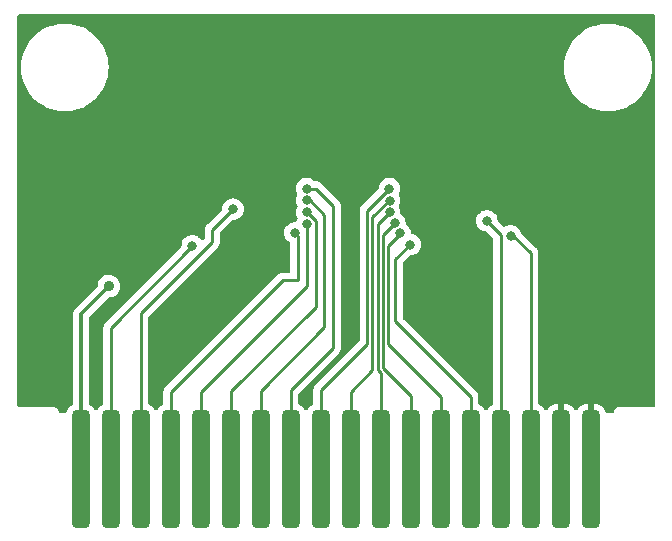
<source format=gbr>
%TF.GenerationSoftware,KiCad,Pcbnew,(6.0.7-1)-1*%
%TF.CreationDate,2023-01-18T18:12:49-08:00*%
%TF.ProjectId,QCard,51436172-642e-46b6-9963-61645f706362,1903842*%
%TF.SameCoordinates,Original*%
%TF.FileFunction,Copper,L2,Bot*%
%TF.FilePolarity,Positive*%
%FSLAX46Y46*%
G04 Gerber Fmt 4.6, Leading zero omitted, Abs format (unit mm)*
G04 Created by KiCad (PCBNEW (6.0.7-1)-1) date 2023-01-18 18:12:49*
%MOMM*%
%LPD*%
G01*
G04 APERTURE LIST*
G04 Aperture macros list*
%AMRoundRect*
0 Rectangle with rounded corners*
0 $1 Rounding radius*
0 $2 $3 $4 $5 $6 $7 $8 $9 X,Y pos of 4 corners*
0 Add a 4 corners polygon primitive as box body*
4,1,4,$2,$3,$4,$5,$6,$7,$8,$9,$2,$3,0*
0 Add four circle primitives for the rounded corners*
1,1,$1+$1,$2,$3*
1,1,$1+$1,$4,$5*
1,1,$1+$1,$6,$7*
1,1,$1+$1,$8,$9*
0 Add four rect primitives between the rounded corners*
20,1,$1+$1,$2,$3,$4,$5,0*
20,1,$1+$1,$4,$5,$6,$7,0*
20,1,$1+$1,$6,$7,$8,$9,0*
20,1,$1+$1,$8,$9,$2,$3,0*%
G04 Aperture macros list end*
%TA.AperFunction,ConnectorPad*%
%ADD10RoundRect,0.375000X-0.375000X-4.625000X0.375000X-4.625000X0.375000X4.625000X-0.375000X4.625000X0*%
%TD*%
%TA.AperFunction,ViaPad*%
%ADD11C,0.900000*%
%TD*%
%TA.AperFunction,ViaPad*%
%ADD12C,0.800000*%
%TD*%
%TA.AperFunction,Conductor*%
%ADD13C,0.300000*%
%TD*%
%TA.AperFunction,Conductor*%
%ADD14C,0.250000*%
%TD*%
G04 APERTURE END LIST*
D10*
%TO.P,J1,19,Pin_19*%
%TO.N,/VCC*%
X55880000Y-89000000D03*
%TO.P,J1,20,Pin_20*%
%TO.N,/A18*%
X58420000Y-89000000D03*
%TO.P,J1,21,Pin_21*%
%TO.N,/A17*%
X60960000Y-89000000D03*
%TO.P,J1,22,Pin_22*%
%TO.N,/A14*%
X63500000Y-89000000D03*
%TO.P,J1,23,Pin_23*%
%TO.N,/A13*%
X66040000Y-89000000D03*
%TO.P,J1,24,Pin_24*%
%TO.N,/A8*%
X68580000Y-89000000D03*
%TO.P,J1,25,Pin_25*%
%TO.N,/A9*%
X71120000Y-89000000D03*
%TO.P,J1,26,Pin_26*%
%TO.N,/A11*%
X73660000Y-89000000D03*
%TO.P,J1,27,Pin_27*%
%TO.N,/OE*%
X76200000Y-89000000D03*
%TO.P,J1,28,Pin_28*%
%TO.N,/A10*%
X78740000Y-89000000D03*
%TO.P,J1,29,Pin_29*%
%TO.N,/CE*%
X81280000Y-89000000D03*
%TO.P,J1,30,Pin_30*%
%TO.N,/D7*%
X83820000Y-89000000D03*
%TO.P,J1,31,Pin_31*%
%TO.N,/D6*%
X86360000Y-89000000D03*
%TO.P,J1,32,Pin_32*%
%TO.N,/D5*%
X88900000Y-89000000D03*
%TO.P,J1,33,Pin_33*%
%TO.N,/D4*%
X91440000Y-89000000D03*
%TO.P,J1,34,Pin_34*%
%TO.N,/D3*%
X93980000Y-89000000D03*
%TO.P,J1,35,Pin_35*%
%TO.N,/GND*%
X96520000Y-89000000D03*
%TO.P,J1,36,Pin_36*%
X99060000Y-89000000D03*
%TD*%
D11*
%TO.N,/VCC*%
X58250000Y-73500000D03*
%TO.N,/GND*%
X90000000Y-69750000D03*
D12*
X56300000Y-73500000D03*
%TO.N,/A18*%
X65300000Y-70100000D03*
%TO.N,/A17*%
X68750000Y-67000000D03*
%TO.N,/A14*%
X74000000Y-69000000D03*
%TO.N,/A13*%
X75000000Y-68250000D03*
%TO.N,/A8*%
X75000000Y-67250000D03*
%TO.N,/A9*%
X75000000Y-66250497D03*
%TO.N,/A11*%
X75000000Y-65250000D03*
%TO.N,/OE*%
X82000000Y-65250000D03*
%TO.N,/A10*%
X82012548Y-66262051D03*
%TO.N,/CE*%
X82006490Y-67268109D03*
%TO.N,/D7*%
X82457275Y-68160184D03*
%TO.N,/D6*%
X82901613Y-69055488D03*
%TO.N,/D5*%
X83750000Y-70000000D03*
%TO.N,/D4*%
X90250000Y-67978000D03*
%TO.N,/D3*%
X92250000Y-69250000D03*
%TD*%
D13*
%TO.N,/VCC*%
X58250000Y-73500000D02*
X55880000Y-75870000D01*
X55880000Y-75870000D02*
X55880000Y-89000000D01*
D14*
%TO.N,/A18*%
X65300000Y-70152000D02*
X58420000Y-77032000D01*
X58420000Y-77032000D02*
X58420000Y-89000000D01*
X65300000Y-70100000D02*
X65300000Y-70152000D01*
%TO.N,/A17*%
X68750000Y-67000000D02*
X67000000Y-68750000D01*
X67000000Y-69750000D02*
X60960000Y-75790000D01*
X67000000Y-68750000D02*
X67000000Y-69750000D01*
X60960000Y-75790000D02*
X60960000Y-89000000D01*
%TO.N,/A14*%
X63500000Y-89000000D02*
X63500000Y-82500000D01*
X74250000Y-69250000D02*
X74000000Y-69000000D01*
X73000000Y-73000000D02*
X74250000Y-73000000D01*
X74250000Y-73000000D02*
X74250000Y-69250000D01*
X63500000Y-82500000D02*
X73000000Y-73000000D01*
%TO.N,/A13*%
X75000000Y-73500000D02*
X75000000Y-68250000D01*
X66040000Y-89000000D02*
X66040000Y-82460000D01*
X66040000Y-82460000D02*
X75000000Y-73500000D01*
%TO.N,/A8*%
X68580000Y-82420000D02*
X68580000Y-89000000D01*
X75750000Y-67974695D02*
X75750000Y-75250000D01*
X75000000Y-67250000D02*
X75025305Y-67250000D01*
X75750000Y-75250000D02*
X68580000Y-82420000D01*
X75025305Y-67250000D02*
X75750000Y-67974695D01*
%TO.N,/A9*%
X76500000Y-67500000D02*
X76500000Y-77000000D01*
X76500000Y-77000000D02*
X71120000Y-82380000D01*
X75250497Y-66250497D02*
X76500000Y-67500000D01*
X75000000Y-66250497D02*
X75250497Y-66250497D01*
X71120000Y-82380000D02*
X71120000Y-89000000D01*
%TO.N,/A11*%
X77250000Y-66750000D02*
X77250000Y-78750000D01*
X75750000Y-65250000D02*
X77250000Y-66750000D01*
X77250000Y-78750000D02*
X73660000Y-82340000D01*
X73660000Y-82340000D02*
X73660000Y-89000000D01*
X75000000Y-65250000D02*
X75750000Y-65250000D01*
%TO.N,/OE*%
X80100000Y-78400000D02*
X76200000Y-82300000D01*
X82000000Y-65250000D02*
X80100000Y-67150000D01*
X80100000Y-67150000D02*
X80100000Y-78400000D01*
X76200000Y-82300000D02*
X76200000Y-89000000D01*
%TO.N,/A10*%
X81987949Y-66262051D02*
X80550000Y-67700000D01*
X80550000Y-67700000D02*
X80550000Y-80643198D01*
X80550000Y-80643198D02*
X78740000Y-82453198D01*
X82012548Y-66262051D02*
X81987949Y-66262051D01*
X78740000Y-82453198D02*
X78740000Y-89000000D01*
%TO.N,/CE*%
X81000000Y-68274599D02*
X81000000Y-80636396D01*
X81250000Y-80886396D02*
X81250000Y-88970000D01*
X81000000Y-80636396D02*
X81250000Y-80886396D01*
X82006490Y-67268109D02*
X81000000Y-68274599D01*
X81250000Y-88970000D02*
X81280000Y-89000000D01*
%TO.N,/D7*%
X83820000Y-82820000D02*
X83820000Y-89000000D01*
X81450000Y-69167459D02*
X81450000Y-80450000D01*
X82457275Y-68160184D02*
X81450000Y-69167459D01*
X81450000Y-80450000D02*
X83820000Y-82820000D01*
%TO.N,/D6*%
X86360000Y-82860000D02*
X86360000Y-89000000D01*
X81900000Y-78400000D02*
X86360000Y-82860000D01*
X81900000Y-70100476D02*
X81900000Y-78400000D01*
X82901613Y-69055488D02*
X82901613Y-69098863D01*
X82901613Y-69098863D02*
X81900000Y-70100476D01*
%TO.N,/D5*%
X83750000Y-70000000D02*
X82500000Y-71250000D01*
X82500000Y-76500000D02*
X88900000Y-82900000D01*
X88900000Y-82900000D02*
X88900000Y-89000000D01*
X82500000Y-71250000D02*
X82500000Y-76500000D01*
%TO.N,/D4*%
X91440000Y-69190000D02*
X91440000Y-89000000D01*
X90250000Y-67978000D02*
X90250000Y-68000000D01*
X90250000Y-68000000D02*
X91440000Y-69190000D01*
%TO.N,/D3*%
X92250000Y-69250000D02*
X92500000Y-69250000D01*
X92500000Y-69250000D02*
X93980000Y-70730000D01*
X93980000Y-70730000D02*
X93980000Y-89000000D01*
%TD*%
%TA.AperFunction,Conductor*%
%TO.N,/GND*%
G36*
X104433621Y-50528502D02*
G01*
X104480114Y-50582158D01*
X104491500Y-50634500D01*
X104491500Y-83615500D01*
X104471498Y-83683621D01*
X104417842Y-83730114D01*
X104365500Y-83741500D01*
X101508623Y-83741500D01*
X101507853Y-83741498D01*
X101507037Y-83741493D01*
X101430279Y-83741024D01*
X101409965Y-83746830D01*
X101401847Y-83749150D01*
X101385085Y-83752728D01*
X101355813Y-83756920D01*
X101347645Y-83760634D01*
X101347644Y-83760634D01*
X101332438Y-83767548D01*
X101314914Y-83773996D01*
X101290229Y-83781051D01*
X101282635Y-83785843D01*
X101282632Y-83785844D01*
X101265220Y-83796830D01*
X101250137Y-83804969D01*
X101223218Y-83817208D01*
X101216416Y-83823069D01*
X101203765Y-83833970D01*
X101188761Y-83845073D01*
X101167042Y-83858776D01*
X101161103Y-83865501D01*
X101161099Y-83865504D01*
X101147468Y-83880938D01*
X101135276Y-83892982D01*
X101119673Y-83906427D01*
X101119671Y-83906430D01*
X101112873Y-83912287D01*
X101107993Y-83919816D01*
X101107992Y-83919817D01*
X101098906Y-83933835D01*
X101087615Y-83948709D01*
X101076569Y-83961217D01*
X101070622Y-83967951D01*
X101064312Y-83981391D01*
X101058058Y-83994711D01*
X101049737Y-84009691D01*
X101038529Y-84026983D01*
X101038527Y-84026988D01*
X101033648Y-84034515D01*
X101031078Y-84043108D01*
X101031076Y-84043113D01*
X101026289Y-84059120D01*
X101019628Y-84076564D01*
X101012533Y-84091676D01*
X101008719Y-84099800D01*
X101007338Y-84108667D01*
X101007338Y-84108668D01*
X101004170Y-84129015D01*
X101000386Y-84145736D01*
X100996088Y-84160106D01*
X100957405Y-84219638D01*
X100892676Y-84248806D01*
X100875372Y-84250000D01*
X100412339Y-84250000D01*
X100344218Y-84229998D01*
X100297725Y-84176342D01*
X100290632Y-84156612D01*
X100265599Y-84063187D01*
X100260898Y-84050941D01*
X100182622Y-83897318D01*
X100175470Y-83886304D01*
X100066966Y-83752311D01*
X100057689Y-83743034D01*
X99923696Y-83634530D01*
X99912682Y-83627378D01*
X99759059Y-83549102D01*
X99746813Y-83544401D01*
X99579467Y-83499561D01*
X99568140Y-83497614D01*
X99499261Y-83492193D01*
X99494334Y-83492000D01*
X99332115Y-83492000D01*
X99316876Y-83496475D01*
X99315671Y-83497865D01*
X99314000Y-83505548D01*
X99314000Y-84250000D01*
X98806000Y-84250000D01*
X98806000Y-83510115D01*
X98801525Y-83494876D01*
X98800135Y-83493671D01*
X98792452Y-83492000D01*
X98625666Y-83492000D01*
X98620739Y-83492193D01*
X98551860Y-83497614D01*
X98540533Y-83499561D01*
X98373187Y-83544401D01*
X98360941Y-83549102D01*
X98207318Y-83627378D01*
X98196304Y-83634530D01*
X98062311Y-83743034D01*
X98053034Y-83752311D01*
X97944530Y-83886304D01*
X97937378Y-83897318D01*
X97902267Y-83966226D01*
X97853519Y-84017841D01*
X97784604Y-84034907D01*
X97717402Y-84012006D01*
X97677733Y-83966226D01*
X97642622Y-83897318D01*
X97635470Y-83886304D01*
X97526966Y-83752311D01*
X97517689Y-83743034D01*
X97383696Y-83634530D01*
X97372682Y-83627378D01*
X97219059Y-83549102D01*
X97206813Y-83544401D01*
X97039467Y-83499561D01*
X97028140Y-83497614D01*
X96959261Y-83492193D01*
X96954334Y-83492000D01*
X96792115Y-83492000D01*
X96776876Y-83496475D01*
X96775671Y-83497865D01*
X96774000Y-83505548D01*
X96774000Y-84250000D01*
X96266000Y-84250000D01*
X96266000Y-83510115D01*
X96261525Y-83494876D01*
X96260135Y-83493671D01*
X96252452Y-83492000D01*
X96085666Y-83492000D01*
X96080739Y-83492193D01*
X96011860Y-83497614D01*
X96000533Y-83499561D01*
X95833187Y-83544401D01*
X95820941Y-83549102D01*
X95667318Y-83627378D01*
X95656304Y-83634530D01*
X95522311Y-83743034D01*
X95513034Y-83752311D01*
X95404530Y-83886304D01*
X95397378Y-83897317D01*
X95362548Y-83965675D01*
X95313800Y-84017290D01*
X95244885Y-84034356D01*
X95177683Y-84011455D01*
X95138014Y-83965675D01*
X95103044Y-83897043D01*
X95100047Y-83891161D01*
X95095894Y-83886032D01*
X95095891Y-83886028D01*
X94987325Y-83751961D01*
X94983170Y-83746830D01*
X94976000Y-83741024D01*
X94843972Y-83634109D01*
X94843968Y-83634106D01*
X94838839Y-83629953D01*
X94832961Y-83626958D01*
X94832958Y-83626956D01*
X94707297Y-83562929D01*
X94682296Y-83550190D01*
X94630682Y-83501443D01*
X94613500Y-83437924D01*
X94613500Y-70808767D01*
X94614027Y-70797584D01*
X94615702Y-70790091D01*
X94613562Y-70722014D01*
X94613500Y-70718055D01*
X94613500Y-70690144D01*
X94612995Y-70686144D01*
X94612062Y-70674301D01*
X94610922Y-70638030D01*
X94610673Y-70630111D01*
X94605021Y-70610657D01*
X94601013Y-70591300D01*
X94599468Y-70579070D01*
X94599468Y-70579069D01*
X94598474Y-70571203D01*
X94595555Y-70563830D01*
X94582196Y-70530088D01*
X94578351Y-70518858D01*
X94568229Y-70484017D01*
X94568229Y-70484016D01*
X94566018Y-70476407D01*
X94561985Y-70469588D01*
X94561983Y-70469583D01*
X94555707Y-70458972D01*
X94547012Y-70441224D01*
X94539552Y-70422383D01*
X94513564Y-70386613D01*
X94507048Y-70376693D01*
X94488580Y-70345465D01*
X94488578Y-70345462D01*
X94484542Y-70338638D01*
X94470221Y-70324317D01*
X94457380Y-70309283D01*
X94450131Y-70299306D01*
X94445472Y-70292893D01*
X94411395Y-70264702D01*
X94402616Y-70256712D01*
X93134882Y-68988978D01*
X93104144Y-68938819D01*
X93092597Y-68903281D01*
X93084527Y-68878444D01*
X93077089Y-68865560D01*
X93027618Y-68779875D01*
X92989040Y-68713056D01*
X92938447Y-68656866D01*
X92865675Y-68576045D01*
X92865674Y-68576044D01*
X92861253Y-68571134D01*
X92739551Y-68482712D01*
X92712094Y-68462763D01*
X92712093Y-68462762D01*
X92706752Y-68458882D01*
X92700724Y-68456198D01*
X92700722Y-68456197D01*
X92538319Y-68383891D01*
X92538318Y-68383891D01*
X92532288Y-68381206D01*
X92410312Y-68355279D01*
X92351944Y-68342872D01*
X92351939Y-68342872D01*
X92345487Y-68341500D01*
X92154513Y-68341500D01*
X92148061Y-68342872D01*
X92148056Y-68342872D01*
X92089688Y-68355279D01*
X91967712Y-68381206D01*
X91961682Y-68383891D01*
X91961681Y-68383891D01*
X91799278Y-68456197D01*
X91799276Y-68456198D01*
X91793248Y-68458882D01*
X91787503Y-68463056D01*
X91771153Y-68474935D01*
X91704285Y-68498793D01*
X91635134Y-68482712D01*
X91607998Y-68462093D01*
X91199706Y-68053801D01*
X91165680Y-67991489D01*
X91163491Y-67977876D01*
X91144232Y-67794635D01*
X91144232Y-67794633D01*
X91143542Y-67788072D01*
X91084527Y-67606444D01*
X90989040Y-67441056D01*
X90959899Y-67408691D01*
X90865675Y-67304045D01*
X90865674Y-67304044D01*
X90861253Y-67299134D01*
X90762157Y-67227136D01*
X90712094Y-67190763D01*
X90712093Y-67190762D01*
X90706752Y-67186882D01*
X90700724Y-67184198D01*
X90700722Y-67184197D01*
X90538319Y-67111891D01*
X90538318Y-67111891D01*
X90532288Y-67109206D01*
X90438888Y-67089353D01*
X90351944Y-67070872D01*
X90351939Y-67070872D01*
X90345487Y-67069500D01*
X90154513Y-67069500D01*
X90148061Y-67070872D01*
X90148056Y-67070872D01*
X90061112Y-67089353D01*
X89967712Y-67109206D01*
X89961682Y-67111891D01*
X89961681Y-67111891D01*
X89799278Y-67184197D01*
X89799276Y-67184198D01*
X89793248Y-67186882D01*
X89787907Y-67190762D01*
X89787906Y-67190763D01*
X89737843Y-67227136D01*
X89638747Y-67299134D01*
X89634326Y-67304044D01*
X89634325Y-67304045D01*
X89540102Y-67408691D01*
X89510960Y-67441056D01*
X89415473Y-67606444D01*
X89356458Y-67788072D01*
X89336496Y-67978000D01*
X89337186Y-67984565D01*
X89352881Y-68133891D01*
X89356458Y-68167928D01*
X89415473Y-68349556D01*
X89418776Y-68355278D01*
X89418777Y-68355279D01*
X89432954Y-68379834D01*
X89510960Y-68514944D01*
X89515378Y-68519851D01*
X89515379Y-68519852D01*
X89606803Y-68621389D01*
X89638747Y-68656866D01*
X89793248Y-68769118D01*
X89799276Y-68771802D01*
X89799278Y-68771803D01*
X89899973Y-68816635D01*
X89967712Y-68846794D01*
X90055999Y-68865560D01*
X90148056Y-68885128D01*
X90148061Y-68885128D01*
X90154513Y-68886500D01*
X90188406Y-68886500D01*
X90256527Y-68906502D01*
X90277501Y-68923405D01*
X90769595Y-69415499D01*
X90803621Y-69477811D01*
X90806500Y-69504594D01*
X90806500Y-83437924D01*
X90786498Y-83506045D01*
X90737704Y-83550190D01*
X90712703Y-83562929D01*
X90587042Y-83626956D01*
X90587039Y-83626958D01*
X90581161Y-83629953D01*
X90576032Y-83634106D01*
X90576028Y-83634109D01*
X90444000Y-83741024D01*
X90436830Y-83746830D01*
X90432675Y-83751961D01*
X90324109Y-83886028D01*
X90324106Y-83886032D01*
X90319953Y-83891161D01*
X90316958Y-83897039D01*
X90316956Y-83897042D01*
X90282267Y-83965124D01*
X90233519Y-84016739D01*
X90164604Y-84033805D01*
X90097402Y-84010904D01*
X90057733Y-83965124D01*
X90023044Y-83897042D01*
X90023042Y-83897039D01*
X90020047Y-83891161D01*
X90015894Y-83886032D01*
X90015891Y-83886028D01*
X89907325Y-83751961D01*
X89903170Y-83746830D01*
X89896000Y-83741024D01*
X89763972Y-83634109D01*
X89763968Y-83634106D01*
X89758839Y-83629953D01*
X89752961Y-83626958D01*
X89752958Y-83626956D01*
X89627297Y-83562929D01*
X89602296Y-83550190D01*
X89550682Y-83501443D01*
X89533500Y-83437924D01*
X89533500Y-82978767D01*
X89534027Y-82967584D01*
X89535702Y-82960091D01*
X89533562Y-82892000D01*
X89533500Y-82888043D01*
X89533500Y-82860144D01*
X89532996Y-82856153D01*
X89532063Y-82844311D01*
X89531181Y-82816225D01*
X89530674Y-82800111D01*
X89528462Y-82792497D01*
X89528461Y-82792492D01*
X89525023Y-82780659D01*
X89521012Y-82761295D01*
X89519467Y-82749064D01*
X89518474Y-82741203D01*
X89515557Y-82733836D01*
X89515556Y-82733831D01*
X89502198Y-82700092D01*
X89498354Y-82688865D01*
X89495400Y-82678697D01*
X89486018Y-82646407D01*
X89475707Y-82628972D01*
X89467012Y-82611224D01*
X89459552Y-82592383D01*
X89433564Y-82556613D01*
X89427048Y-82546693D01*
X89408580Y-82515465D01*
X89408578Y-82515462D01*
X89404542Y-82508638D01*
X89390221Y-82494317D01*
X89377380Y-82479283D01*
X89375440Y-82476613D01*
X89365472Y-82462893D01*
X89331395Y-82434702D01*
X89322616Y-82426712D01*
X83170405Y-76274500D01*
X83136379Y-76212188D01*
X83133500Y-76185405D01*
X83133500Y-71564595D01*
X83153502Y-71496474D01*
X83170405Y-71475499D01*
X83700501Y-70945404D01*
X83762813Y-70911379D01*
X83789596Y-70908500D01*
X83845487Y-70908500D01*
X83851939Y-70907128D01*
X83851944Y-70907128D01*
X83938887Y-70888647D01*
X84032288Y-70868794D01*
X84193750Y-70796907D01*
X84200722Y-70793803D01*
X84200724Y-70793802D01*
X84206752Y-70791118D01*
X84361253Y-70678866D01*
X84405152Y-70630111D01*
X84484621Y-70541852D01*
X84484622Y-70541851D01*
X84489040Y-70536944D01*
X84584527Y-70371556D01*
X84643542Y-70189928D01*
X84645649Y-70169886D01*
X84662814Y-70006565D01*
X84663504Y-70000000D01*
X84657906Y-69946734D01*
X84644232Y-69816635D01*
X84644232Y-69816633D01*
X84643542Y-69810072D01*
X84584527Y-69628444D01*
X84564132Y-69593118D01*
X84546775Y-69563056D01*
X84489040Y-69463056D01*
X84361253Y-69321134D01*
X84206752Y-69208882D01*
X84200724Y-69206198D01*
X84200722Y-69206197D01*
X84038319Y-69133891D01*
X84038318Y-69133891D01*
X84032288Y-69131206D01*
X84025827Y-69129833D01*
X84025822Y-69129831D01*
X83907839Y-69104752D01*
X83845365Y-69071024D01*
X83811044Y-69008874D01*
X83808726Y-68994677D01*
X83795845Y-68872123D01*
X83795845Y-68872121D01*
X83795155Y-68865560D01*
X83736140Y-68683932D01*
X83723645Y-68662289D01*
X83696645Y-68615524D01*
X83640653Y-68518544D01*
X83590692Y-68463056D01*
X83517288Y-68381533D01*
X83517287Y-68381532D01*
X83512866Y-68376622D01*
X83459873Y-68338120D01*
X83418578Y-68308117D01*
X83375224Y-68251894D01*
X83367329Y-68193011D01*
X83370089Y-68166749D01*
X83370779Y-68160184D01*
X83350817Y-67970256D01*
X83291802Y-67788628D01*
X83287857Y-67781794D01*
X83233127Y-67687000D01*
X83196315Y-67623240D01*
X83068528Y-67481318D01*
X82968566Y-67408691D01*
X82925212Y-67352468D01*
X82917317Y-67293588D01*
X82919304Y-67274678D01*
X82919304Y-67274674D01*
X82919994Y-67268109D01*
X82905472Y-67129943D01*
X82900722Y-67084744D01*
X82900722Y-67084742D01*
X82900032Y-67078181D01*
X82841017Y-66896553D01*
X82834191Y-66884729D01*
X82804513Y-66833326D01*
X82787775Y-66764330D01*
X82804513Y-66707326D01*
X82843771Y-66639330D01*
X82843772Y-66639329D01*
X82847075Y-66633607D01*
X82906090Y-66451979D01*
X82907305Y-66440425D01*
X82925362Y-66268616D01*
X82926052Y-66262051D01*
X82906090Y-66072123D01*
X82847075Y-65890495D01*
X82799538Y-65808159D01*
X82782800Y-65739164D01*
X82799538Y-65682159D01*
X82831223Y-65627279D01*
X82831224Y-65627278D01*
X82834527Y-65621556D01*
X82893542Y-65439928D01*
X82913504Y-65250000D01*
X82893542Y-65060072D01*
X82834527Y-64878444D01*
X82739040Y-64713056D01*
X82724798Y-64697238D01*
X82615675Y-64576045D01*
X82615674Y-64576044D01*
X82611253Y-64571134D01*
X82456752Y-64458882D01*
X82450724Y-64456198D01*
X82450722Y-64456197D01*
X82288319Y-64383891D01*
X82288318Y-64383891D01*
X82282288Y-64381206D01*
X82188887Y-64361353D01*
X82101944Y-64342872D01*
X82101939Y-64342872D01*
X82095487Y-64341500D01*
X81904513Y-64341500D01*
X81898061Y-64342872D01*
X81898056Y-64342872D01*
X81811113Y-64361353D01*
X81717712Y-64381206D01*
X81711682Y-64383891D01*
X81711681Y-64383891D01*
X81549278Y-64456197D01*
X81549276Y-64456198D01*
X81543248Y-64458882D01*
X81388747Y-64571134D01*
X81384326Y-64576044D01*
X81384325Y-64576045D01*
X81275203Y-64697238D01*
X81260960Y-64713056D01*
X81165473Y-64878444D01*
X81106458Y-65060072D01*
X81105768Y-65066633D01*
X81105768Y-65066635D01*
X81089093Y-65225293D01*
X81062080Y-65290950D01*
X81052878Y-65301218D01*
X79707747Y-66646348D01*
X79699461Y-66653888D01*
X79692982Y-66658000D01*
X79687557Y-66663777D01*
X79646357Y-66707651D01*
X79643602Y-66710493D01*
X79623865Y-66730230D01*
X79621385Y-66733427D01*
X79613682Y-66742447D01*
X79583414Y-66774679D01*
X79579595Y-66781625D01*
X79579593Y-66781628D01*
X79573652Y-66792434D01*
X79562801Y-66808953D01*
X79550386Y-66824959D01*
X79547241Y-66832228D01*
X79547238Y-66832232D01*
X79532826Y-66865537D01*
X79527609Y-66876187D01*
X79506305Y-66914940D01*
X79504334Y-66922615D01*
X79504334Y-66922616D01*
X79501267Y-66934562D01*
X79494863Y-66953266D01*
X79486819Y-66971855D01*
X79485580Y-66979678D01*
X79485577Y-66979688D01*
X79479901Y-67015524D01*
X79477495Y-67027144D01*
X79470653Y-67053794D01*
X79466500Y-67069970D01*
X79466500Y-67090224D01*
X79464949Y-67109934D01*
X79461780Y-67129943D01*
X79462526Y-67137835D01*
X79465941Y-67173961D01*
X79466500Y-67185819D01*
X79466500Y-78085406D01*
X79446498Y-78153527D01*
X79429595Y-78174501D01*
X75807747Y-81796348D01*
X75799461Y-81803888D01*
X75792982Y-81808000D01*
X75787557Y-81813777D01*
X75746357Y-81857651D01*
X75743602Y-81860493D01*
X75723865Y-81880230D01*
X75721385Y-81883427D01*
X75713682Y-81892447D01*
X75683414Y-81924679D01*
X75679595Y-81931625D01*
X75679593Y-81931628D01*
X75673652Y-81942434D01*
X75662801Y-81958953D01*
X75650386Y-81974959D01*
X75647241Y-81982228D01*
X75647238Y-81982232D01*
X75632826Y-82015537D01*
X75627609Y-82026187D01*
X75606305Y-82064940D01*
X75601516Y-82083594D01*
X75601267Y-82084562D01*
X75594863Y-82103266D01*
X75586819Y-82121855D01*
X75585580Y-82129678D01*
X75585577Y-82129688D01*
X75579901Y-82165524D01*
X75577495Y-82177144D01*
X75575171Y-82186198D01*
X75566500Y-82219970D01*
X75566500Y-82240224D01*
X75564949Y-82259934D01*
X75561780Y-82279943D01*
X75562526Y-82287835D01*
X75565941Y-82323961D01*
X75566500Y-82335819D01*
X75566500Y-83437924D01*
X75546498Y-83506045D01*
X75497704Y-83550190D01*
X75472703Y-83562929D01*
X75347042Y-83626956D01*
X75347039Y-83626958D01*
X75341161Y-83629953D01*
X75336032Y-83634106D01*
X75336028Y-83634109D01*
X75204000Y-83741024D01*
X75196830Y-83746830D01*
X75192675Y-83751961D01*
X75084109Y-83886028D01*
X75084106Y-83886032D01*
X75079953Y-83891161D01*
X75076958Y-83897039D01*
X75076956Y-83897042D01*
X75042267Y-83965124D01*
X74993519Y-84016739D01*
X74924604Y-84033805D01*
X74857402Y-84010904D01*
X74817733Y-83965124D01*
X74783044Y-83897042D01*
X74783042Y-83897039D01*
X74780047Y-83891161D01*
X74775894Y-83886032D01*
X74775891Y-83886028D01*
X74667325Y-83751961D01*
X74663170Y-83746830D01*
X74656000Y-83741024D01*
X74523972Y-83634109D01*
X74523968Y-83634106D01*
X74518839Y-83629953D01*
X74512961Y-83626958D01*
X74512958Y-83626956D01*
X74387297Y-83562929D01*
X74362296Y-83550190D01*
X74310682Y-83501443D01*
X74293500Y-83437924D01*
X74293500Y-82654594D01*
X74313502Y-82586473D01*
X74330405Y-82565499D01*
X77642247Y-79253657D01*
X77650537Y-79246113D01*
X77657018Y-79242000D01*
X77703659Y-79192332D01*
X77706413Y-79189491D01*
X77726135Y-79169769D01*
X77728619Y-79166567D01*
X77736317Y-79157555D01*
X77761161Y-79131098D01*
X77766586Y-79125321D01*
X77776347Y-79107566D01*
X77787198Y-79091047D01*
X77799614Y-79075041D01*
X77817174Y-79034463D01*
X77822391Y-79023813D01*
X77843695Y-78985060D01*
X77848733Y-78965437D01*
X77855137Y-78946734D01*
X77860033Y-78935420D01*
X77860033Y-78935419D01*
X77863181Y-78928145D01*
X77864420Y-78920322D01*
X77864423Y-78920312D01*
X77870099Y-78884476D01*
X77872505Y-78872856D01*
X77881528Y-78837711D01*
X77881528Y-78837710D01*
X77883500Y-78830030D01*
X77883500Y-78809776D01*
X77885051Y-78790065D01*
X77886980Y-78777886D01*
X77888220Y-78770057D01*
X77884059Y-78726038D01*
X77883500Y-78714181D01*
X77883500Y-66828763D01*
X77884027Y-66817579D01*
X77885701Y-66810091D01*
X77883562Y-66742032D01*
X77883500Y-66738075D01*
X77883500Y-66710144D01*
X77882994Y-66706138D01*
X77882061Y-66694292D01*
X77880922Y-66658037D01*
X77880673Y-66650110D01*
X77875022Y-66630658D01*
X77871014Y-66611306D01*
X77869467Y-66599063D01*
X77868474Y-66591203D01*
X77865556Y-66583832D01*
X77852200Y-66550097D01*
X77848355Y-66538870D01*
X77847721Y-66536687D01*
X77836018Y-66496407D01*
X77831984Y-66489585D01*
X77831981Y-66489579D01*
X77825706Y-66478968D01*
X77817010Y-66461218D01*
X77812472Y-66449756D01*
X77812469Y-66449751D01*
X77809552Y-66442383D01*
X77783573Y-66406625D01*
X77777057Y-66396707D01*
X77758575Y-66365457D01*
X77754542Y-66358637D01*
X77740218Y-66344313D01*
X77727376Y-66329278D01*
X77721459Y-66321134D01*
X77715472Y-66312893D01*
X77681406Y-66284711D01*
X77672627Y-66276722D01*
X76253652Y-64857747D01*
X76246112Y-64849461D01*
X76242000Y-64842982D01*
X76192348Y-64796356D01*
X76189507Y-64793602D01*
X76169770Y-64773865D01*
X76166573Y-64771385D01*
X76157551Y-64763680D01*
X76131100Y-64738841D01*
X76125321Y-64733414D01*
X76118375Y-64729595D01*
X76118372Y-64729593D01*
X76107566Y-64723652D01*
X76091047Y-64712801D01*
X76085048Y-64708148D01*
X76075041Y-64700386D01*
X76067772Y-64697241D01*
X76067768Y-64697238D01*
X76034463Y-64682826D01*
X76023813Y-64677609D01*
X75985060Y-64656305D01*
X75965437Y-64651267D01*
X75946734Y-64644863D01*
X75935420Y-64639967D01*
X75935419Y-64639967D01*
X75928145Y-64636819D01*
X75920322Y-64635580D01*
X75920312Y-64635577D01*
X75884476Y-64629901D01*
X75872856Y-64627495D01*
X75837711Y-64618472D01*
X75837710Y-64618472D01*
X75830030Y-64616500D01*
X75809776Y-64616500D01*
X75790065Y-64614949D01*
X75777886Y-64613020D01*
X75770057Y-64611780D01*
X75762165Y-64612526D01*
X75726039Y-64615941D01*
X75714181Y-64616500D01*
X75708200Y-64616500D01*
X75640079Y-64596498D01*
X75620853Y-64580157D01*
X75620580Y-64580460D01*
X75615668Y-64576037D01*
X75611253Y-64571134D01*
X75456752Y-64458882D01*
X75450724Y-64456198D01*
X75450722Y-64456197D01*
X75288319Y-64383891D01*
X75288318Y-64383891D01*
X75282288Y-64381206D01*
X75188887Y-64361353D01*
X75101944Y-64342872D01*
X75101939Y-64342872D01*
X75095487Y-64341500D01*
X74904513Y-64341500D01*
X74898061Y-64342872D01*
X74898056Y-64342872D01*
X74811113Y-64361353D01*
X74717712Y-64381206D01*
X74711682Y-64383891D01*
X74711681Y-64383891D01*
X74549278Y-64456197D01*
X74549276Y-64456198D01*
X74543248Y-64458882D01*
X74388747Y-64571134D01*
X74384326Y-64576044D01*
X74384325Y-64576045D01*
X74275203Y-64697238D01*
X74260960Y-64713056D01*
X74165473Y-64878444D01*
X74106458Y-65060072D01*
X74086496Y-65250000D01*
X74106458Y-65439928D01*
X74165473Y-65621556D01*
X74168776Y-65627278D01*
X74168777Y-65627279D01*
X74203401Y-65687249D01*
X74220139Y-65756244D01*
X74203402Y-65813247D01*
X74165473Y-65878941D01*
X74106458Y-66060569D01*
X74105768Y-66067130D01*
X74105768Y-66067132D01*
X74104554Y-66078686D01*
X74086496Y-66250497D01*
X74087186Y-66257062D01*
X74102906Y-66406625D01*
X74106458Y-66440425D01*
X74165473Y-66622053D01*
X74168776Y-66627775D01*
X74168777Y-66627776D01*
X74203114Y-66687249D01*
X74219852Y-66756244D01*
X74203115Y-66813247D01*
X74165473Y-66878444D01*
X74106458Y-67060072D01*
X74105768Y-67066633D01*
X74105768Y-67066635D01*
X74093412Y-67184197D01*
X74086496Y-67250000D01*
X74087186Y-67256565D01*
X74098803Y-67367091D01*
X74106458Y-67439928D01*
X74165473Y-67621556D01*
X74168776Y-67627278D01*
X74168777Y-67627279D01*
X74203257Y-67687000D01*
X74219995Y-67755995D01*
X74203257Y-67813000D01*
X74172595Y-67866109D01*
X74165473Y-67878444D01*
X74163432Y-67884726D01*
X74124535Y-68004437D01*
X74084461Y-68063042D01*
X74019064Y-68090679D01*
X74004702Y-68091500D01*
X73904513Y-68091500D01*
X73898061Y-68092872D01*
X73898056Y-68092872D01*
X73811112Y-68111353D01*
X73717712Y-68131206D01*
X73711682Y-68133891D01*
X73711681Y-68133891D01*
X73549278Y-68206197D01*
X73549276Y-68206198D01*
X73543248Y-68208882D01*
X73388747Y-68321134D01*
X73384326Y-68326044D01*
X73384325Y-68326045D01*
X73295263Y-68424959D01*
X73260960Y-68463056D01*
X73165473Y-68628444D01*
X73106458Y-68810072D01*
X73105768Y-68816633D01*
X73105768Y-68816635D01*
X73102598Y-68846794D01*
X73086496Y-69000000D01*
X73087186Y-69006565D01*
X73100142Y-69129831D01*
X73106458Y-69189928D01*
X73165473Y-69371556D01*
X73168776Y-69377278D01*
X73168777Y-69377279D01*
X73191855Y-69417251D01*
X73260960Y-69536944D01*
X73388747Y-69678866D01*
X73543248Y-69791118D01*
X73549276Y-69793802D01*
X73553504Y-69796243D01*
X73602495Y-69847627D01*
X73616500Y-69905360D01*
X73616500Y-72240500D01*
X73596498Y-72308621D01*
X73542842Y-72355114D01*
X73490500Y-72366500D01*
X73078767Y-72366500D01*
X73067584Y-72365973D01*
X73060091Y-72364298D01*
X73052165Y-72364547D01*
X73052164Y-72364547D01*
X72992001Y-72366438D01*
X72988043Y-72366500D01*
X72960144Y-72366500D01*
X72956154Y-72367004D01*
X72944320Y-72367936D01*
X72900111Y-72369326D01*
X72892497Y-72371538D01*
X72892492Y-72371539D01*
X72880659Y-72374977D01*
X72861296Y-72378988D01*
X72841203Y-72381526D01*
X72833836Y-72384443D01*
X72833831Y-72384444D01*
X72800092Y-72397802D01*
X72788865Y-72401646D01*
X72746407Y-72413982D01*
X72739581Y-72418019D01*
X72728972Y-72424293D01*
X72711224Y-72432988D01*
X72692383Y-72440448D01*
X72685967Y-72445110D01*
X72685966Y-72445110D01*
X72656613Y-72466436D01*
X72646693Y-72472952D01*
X72615465Y-72491420D01*
X72615462Y-72491422D01*
X72608638Y-72495458D01*
X72594317Y-72509779D01*
X72579284Y-72522619D01*
X72562893Y-72534528D01*
X72557842Y-72540634D01*
X72534702Y-72568605D01*
X72526712Y-72577384D01*
X63107747Y-81996348D01*
X63099461Y-82003888D01*
X63092982Y-82008000D01*
X63087557Y-82013777D01*
X63046357Y-82057651D01*
X63043602Y-82060493D01*
X63023865Y-82080230D01*
X63021385Y-82083427D01*
X63013682Y-82092447D01*
X62983414Y-82124679D01*
X62979595Y-82131625D01*
X62979593Y-82131628D01*
X62973652Y-82142434D01*
X62962801Y-82158953D01*
X62950386Y-82174959D01*
X62947241Y-82182228D01*
X62947238Y-82182232D01*
X62932826Y-82215537D01*
X62927609Y-82226187D01*
X62906305Y-82264940D01*
X62904334Y-82272615D01*
X62904334Y-82272616D01*
X62901267Y-82284562D01*
X62894863Y-82303266D01*
X62886819Y-82321855D01*
X62885580Y-82329678D01*
X62885577Y-82329688D01*
X62879901Y-82365524D01*
X62877495Y-82377144D01*
X62876019Y-82382893D01*
X62866500Y-82419970D01*
X62866500Y-82440224D01*
X62864949Y-82459934D01*
X62861780Y-82479943D01*
X62865248Y-82516625D01*
X62865941Y-82523961D01*
X62866500Y-82535819D01*
X62866500Y-83437924D01*
X62846498Y-83506045D01*
X62797704Y-83550190D01*
X62772703Y-83562929D01*
X62647042Y-83626956D01*
X62647039Y-83626958D01*
X62641161Y-83629953D01*
X62636032Y-83634106D01*
X62636028Y-83634109D01*
X62504000Y-83741024D01*
X62496830Y-83746830D01*
X62492675Y-83751961D01*
X62384109Y-83886028D01*
X62384106Y-83886032D01*
X62379953Y-83891161D01*
X62376958Y-83897039D01*
X62376956Y-83897042D01*
X62342267Y-83965124D01*
X62293519Y-84016739D01*
X62224604Y-84033805D01*
X62157402Y-84010904D01*
X62117733Y-83965124D01*
X62083044Y-83897042D01*
X62083042Y-83897039D01*
X62080047Y-83891161D01*
X62075894Y-83886032D01*
X62075891Y-83886028D01*
X61967325Y-83751961D01*
X61963170Y-83746830D01*
X61956000Y-83741024D01*
X61823972Y-83634109D01*
X61823968Y-83634106D01*
X61818839Y-83629953D01*
X61812961Y-83626958D01*
X61812958Y-83626956D01*
X61687297Y-83562929D01*
X61662296Y-83550190D01*
X61610682Y-83501443D01*
X61593500Y-83437924D01*
X61593500Y-76104594D01*
X61613502Y-76036473D01*
X61630405Y-76015499D01*
X64507028Y-73138877D01*
X67392253Y-70253652D01*
X67400539Y-70246112D01*
X67407018Y-70242000D01*
X67453644Y-70192348D01*
X67456398Y-70189507D01*
X67476135Y-70169770D01*
X67478615Y-70166573D01*
X67486320Y-70157551D01*
X67494508Y-70148832D01*
X67516586Y-70125321D01*
X67520405Y-70118375D01*
X67520407Y-70118372D01*
X67526348Y-70107566D01*
X67537199Y-70091047D01*
X67544758Y-70081301D01*
X67549614Y-70075041D01*
X67552759Y-70067772D01*
X67552762Y-70067768D01*
X67567174Y-70034463D01*
X67572391Y-70023813D01*
X67593695Y-69985060D01*
X67598733Y-69965437D01*
X67605137Y-69946734D01*
X67610033Y-69935420D01*
X67610033Y-69935419D01*
X67613181Y-69928145D01*
X67614420Y-69920322D01*
X67614423Y-69920312D01*
X67620099Y-69884476D01*
X67622505Y-69872856D01*
X67631528Y-69837711D01*
X67631528Y-69837710D01*
X67633500Y-69830030D01*
X67633500Y-69809776D01*
X67635051Y-69790065D01*
X67636980Y-69777886D01*
X67638220Y-69770057D01*
X67634059Y-69726038D01*
X67633500Y-69714181D01*
X67633500Y-69064594D01*
X67653502Y-68996473D01*
X67670405Y-68975499D01*
X68700500Y-67945405D01*
X68762812Y-67911379D01*
X68789595Y-67908500D01*
X68845487Y-67908500D01*
X68851939Y-67907128D01*
X68851944Y-67907128D01*
X68957334Y-67884726D01*
X69032288Y-67868794D01*
X69038319Y-67866109D01*
X69200722Y-67793803D01*
X69200724Y-67793802D01*
X69206752Y-67791118D01*
X69219586Y-67781794D01*
X69263346Y-67750000D01*
X69361253Y-67678866D01*
X69489040Y-67536944D01*
X69584527Y-67371556D01*
X69643542Y-67189928D01*
X69650670Y-67122114D01*
X69662814Y-67006565D01*
X69663504Y-67000000D01*
X69654564Y-66914940D01*
X69644232Y-66816635D01*
X69644232Y-66816633D01*
X69643542Y-66810072D01*
X69584527Y-66628444D01*
X69577209Y-66615768D01*
X69492341Y-66468774D01*
X69489040Y-66463056D01*
X69438230Y-66406625D01*
X69365675Y-66326045D01*
X69365674Y-66326044D01*
X69361253Y-66321134D01*
X69206752Y-66208882D01*
X69200724Y-66206198D01*
X69200722Y-66206197D01*
X69038319Y-66133891D01*
X69038318Y-66133891D01*
X69032288Y-66131206D01*
X68938888Y-66111353D01*
X68851944Y-66092872D01*
X68851939Y-66092872D01*
X68845487Y-66091500D01*
X68654513Y-66091500D01*
X68648061Y-66092872D01*
X68648056Y-66092872D01*
X68561112Y-66111353D01*
X68467712Y-66131206D01*
X68461682Y-66133891D01*
X68461681Y-66133891D01*
X68299278Y-66206197D01*
X68299276Y-66206198D01*
X68293248Y-66208882D01*
X68138747Y-66321134D01*
X68134326Y-66326044D01*
X68134325Y-66326045D01*
X68061771Y-66406625D01*
X68010960Y-66463056D01*
X68007659Y-66468774D01*
X67922792Y-66615768D01*
X67915473Y-66628444D01*
X67856458Y-66810072D01*
X67855768Y-66816633D01*
X67855768Y-66816635D01*
X67839093Y-66975293D01*
X67812080Y-67040950D01*
X67802878Y-67051218D01*
X66607747Y-68246348D01*
X66599461Y-68253888D01*
X66592982Y-68258000D01*
X66587557Y-68263777D01*
X66546357Y-68307651D01*
X66543602Y-68310493D01*
X66523865Y-68330230D01*
X66521385Y-68333427D01*
X66513682Y-68342447D01*
X66483414Y-68374679D01*
X66479595Y-68381625D01*
X66479593Y-68381628D01*
X66473652Y-68392434D01*
X66462801Y-68408953D01*
X66450386Y-68424959D01*
X66447241Y-68432228D01*
X66447238Y-68432232D01*
X66432826Y-68465537D01*
X66427609Y-68476187D01*
X66406305Y-68514940D01*
X66404334Y-68522615D01*
X66404334Y-68522616D01*
X66401267Y-68534562D01*
X66394863Y-68553266D01*
X66386819Y-68571855D01*
X66385580Y-68579678D01*
X66385577Y-68579688D01*
X66379901Y-68615524D01*
X66377495Y-68627144D01*
X66375548Y-68634729D01*
X66366500Y-68669970D01*
X66366500Y-68690224D01*
X66364949Y-68709934D01*
X66361780Y-68729943D01*
X66362526Y-68737835D01*
X66365941Y-68773961D01*
X66366500Y-68785819D01*
X66366500Y-69435405D01*
X66346498Y-69503526D01*
X66329595Y-69524501D01*
X66247389Y-69606706D01*
X66185076Y-69640731D01*
X66114261Y-69635665D01*
X66057425Y-69593118D01*
X66049175Y-69580611D01*
X66042341Y-69568774D01*
X66039040Y-69563056D01*
X65911253Y-69421134D01*
X65780375Y-69326045D01*
X65762094Y-69312763D01*
X65762093Y-69312762D01*
X65756752Y-69308882D01*
X65750724Y-69306198D01*
X65750722Y-69306197D01*
X65588319Y-69233891D01*
X65588318Y-69233891D01*
X65582288Y-69231206D01*
X65488887Y-69211353D01*
X65401944Y-69192872D01*
X65401939Y-69192872D01*
X65395487Y-69191500D01*
X65204513Y-69191500D01*
X65198061Y-69192872D01*
X65198056Y-69192872D01*
X65111113Y-69211353D01*
X65017712Y-69231206D01*
X65011682Y-69233891D01*
X65011681Y-69233891D01*
X64849278Y-69306197D01*
X64849276Y-69306198D01*
X64843248Y-69308882D01*
X64837907Y-69312762D01*
X64837906Y-69312763D01*
X64819625Y-69326045D01*
X64688747Y-69421134D01*
X64560960Y-69563056D01*
X64465473Y-69728444D01*
X64406458Y-69910072D01*
X64405768Y-69916633D01*
X64405768Y-69916635D01*
X64397847Y-69992001D01*
X64386496Y-70100000D01*
X64387186Y-70106565D01*
X64387186Y-70113170D01*
X64385009Y-70113170D01*
X64374071Y-70173031D01*
X64350619Y-70205476D01*
X58027747Y-76528348D01*
X58019461Y-76535888D01*
X58012982Y-76540000D01*
X58007557Y-76545777D01*
X57966357Y-76589651D01*
X57963602Y-76592493D01*
X57943865Y-76612230D01*
X57941385Y-76615427D01*
X57933682Y-76624447D01*
X57903414Y-76656679D01*
X57899595Y-76663625D01*
X57899593Y-76663628D01*
X57893652Y-76674434D01*
X57882801Y-76690953D01*
X57870386Y-76706959D01*
X57867241Y-76714228D01*
X57867238Y-76714232D01*
X57852826Y-76747537D01*
X57847609Y-76758187D01*
X57826305Y-76796940D01*
X57824334Y-76804615D01*
X57824334Y-76804616D01*
X57821267Y-76816562D01*
X57814863Y-76835266D01*
X57806819Y-76853855D01*
X57805580Y-76861678D01*
X57805577Y-76861688D01*
X57799901Y-76897524D01*
X57797495Y-76909144D01*
X57786500Y-76951970D01*
X57786500Y-76972224D01*
X57784949Y-76991934D01*
X57781780Y-77011943D01*
X57782526Y-77019835D01*
X57785941Y-77055961D01*
X57786500Y-77067819D01*
X57786500Y-83437924D01*
X57766498Y-83506045D01*
X57717704Y-83550190D01*
X57692703Y-83562929D01*
X57567042Y-83626956D01*
X57567039Y-83626958D01*
X57561161Y-83629953D01*
X57556032Y-83634106D01*
X57556028Y-83634109D01*
X57424000Y-83741024D01*
X57416830Y-83746830D01*
X57412675Y-83751961D01*
X57304109Y-83886028D01*
X57304106Y-83886032D01*
X57299953Y-83891161D01*
X57296958Y-83897039D01*
X57296956Y-83897042D01*
X57262267Y-83965124D01*
X57213519Y-84016739D01*
X57144604Y-84033805D01*
X57077402Y-84010904D01*
X57037733Y-83965124D01*
X57003044Y-83897042D01*
X57003042Y-83897039D01*
X57000047Y-83891161D01*
X56995894Y-83886032D01*
X56995891Y-83886028D01*
X56887325Y-83751961D01*
X56883170Y-83746830D01*
X56876000Y-83741024D01*
X56743972Y-83634109D01*
X56743968Y-83634106D01*
X56738839Y-83629953D01*
X56607297Y-83562929D01*
X56555682Y-83514181D01*
X56538500Y-83450662D01*
X56538500Y-76194950D01*
X56558502Y-76126829D01*
X56575405Y-76105855D01*
X58184416Y-74496844D01*
X58246728Y-74462818D01*
X58263844Y-74460310D01*
X58411105Y-74448979D01*
X58411109Y-74448978D01*
X58417247Y-74448506D01*
X58502378Y-74424737D01*
X58592350Y-74399616D01*
X58592353Y-74399615D01*
X58598294Y-74397956D01*
X58603798Y-74395176D01*
X58603800Y-74395175D01*
X58760574Y-74315983D01*
X58760576Y-74315982D01*
X58766075Y-74313204D01*
X58914199Y-74197477D01*
X59037023Y-74055184D01*
X59129870Y-73891744D01*
X59189203Y-73713382D01*
X59212762Y-73526892D01*
X59213138Y-73500000D01*
X59194795Y-73312926D01*
X59140465Y-73132977D01*
X59052218Y-72967008D01*
X58933415Y-72821340D01*
X58879603Y-72776823D01*
X58793329Y-72705450D01*
X58793324Y-72705447D01*
X58788580Y-72701522D01*
X58783161Y-72698592D01*
X58783158Y-72698590D01*
X58713671Y-72661019D01*
X58623231Y-72612119D01*
X58443666Y-72556534D01*
X58437541Y-72555890D01*
X58437540Y-72555890D01*
X58262852Y-72537529D01*
X58262851Y-72537529D01*
X58256724Y-72536885D01*
X58179673Y-72543897D01*
X58075665Y-72553363D01*
X58075662Y-72553364D01*
X58069526Y-72553922D01*
X58063620Y-72555660D01*
X58063616Y-72555661D01*
X57930278Y-72594905D01*
X57889202Y-72606994D01*
X57722621Y-72694080D01*
X57576128Y-72811864D01*
X57572170Y-72816582D01*
X57572167Y-72816584D01*
X57484797Y-72920708D01*
X57455302Y-72955859D01*
X57452338Y-72961251D01*
X57452335Y-72961255D01*
X57446176Y-72972459D01*
X57364746Y-73120580D01*
X57307909Y-73299752D01*
X57286956Y-73486552D01*
X57285856Y-73486429D01*
X57266691Y-73548488D01*
X57250747Y-73567993D01*
X55472395Y-75346345D01*
X55463615Y-75354335D01*
X55463613Y-75354337D01*
X55456920Y-75358584D01*
X55451494Y-75364362D01*
X55451493Y-75364363D01*
X55408396Y-75410257D01*
X55405641Y-75413099D01*
X55385073Y-75433667D01*
X55382356Y-75437170D01*
X55374648Y-75446195D01*
X55343028Y-75479867D01*
X55339207Y-75486818D01*
X55339206Y-75486819D01*
X55332697Y-75498658D01*
X55321843Y-75515182D01*
X55314018Y-75525271D01*
X55308696Y-75532132D01*
X55305549Y-75539404D01*
X55305548Y-75539406D01*
X55290346Y-75574535D01*
X55285124Y-75585195D01*
X55262876Y-75625663D01*
X55257541Y-75646441D01*
X55251142Y-75665131D01*
X55242620Y-75684824D01*
X55241380Y-75692655D01*
X55235394Y-75730448D01*
X55232987Y-75742071D01*
X55221500Y-75786812D01*
X55221500Y-75808259D01*
X55219949Y-75827969D01*
X55216594Y-75849152D01*
X55217340Y-75857043D01*
X55220941Y-75895138D01*
X55221500Y-75906996D01*
X55221500Y-83450662D01*
X55201498Y-83518783D01*
X55152704Y-83562929D01*
X55021161Y-83629953D01*
X55016032Y-83634106D01*
X55016028Y-83634109D01*
X54884000Y-83741024D01*
X54876830Y-83746830D01*
X54872675Y-83751961D01*
X54764109Y-83886028D01*
X54764106Y-83886032D01*
X54759953Y-83891161D01*
X54675638Y-84056638D01*
X54648850Y-84156612D01*
X54611898Y-84217234D01*
X54548037Y-84248256D01*
X54527143Y-84250000D01*
X54123936Y-84250000D01*
X54055815Y-84229998D01*
X54009322Y-84176342D01*
X54002786Y-84158622D01*
X54000849Y-84151844D01*
X53997272Y-84135085D01*
X53994352Y-84114698D01*
X53993080Y-84105813D01*
X53982451Y-84082436D01*
X53976004Y-84064913D01*
X53973639Y-84056638D01*
X53968949Y-84040229D01*
X53964156Y-84032632D01*
X53953170Y-84015220D01*
X53945030Y-84000135D01*
X53942564Y-83994711D01*
X53932792Y-83973218D01*
X53926293Y-83965675D01*
X53916030Y-83953765D01*
X53904927Y-83938761D01*
X53891224Y-83917042D01*
X53884499Y-83911103D01*
X53884496Y-83911099D01*
X53869062Y-83897468D01*
X53857018Y-83885276D01*
X53843573Y-83869673D01*
X53843570Y-83869671D01*
X53837713Y-83862873D01*
X53824009Y-83853990D01*
X53816165Y-83848906D01*
X53801291Y-83837615D01*
X53788783Y-83826569D01*
X53788782Y-83826568D01*
X53782049Y-83820622D01*
X53755287Y-83808057D01*
X53740309Y-83799737D01*
X53723017Y-83788529D01*
X53723012Y-83788527D01*
X53715485Y-83783648D01*
X53706892Y-83781078D01*
X53706887Y-83781076D01*
X53690880Y-83776289D01*
X53673436Y-83769628D01*
X53658324Y-83762533D01*
X53658322Y-83762532D01*
X53650200Y-83758719D01*
X53641333Y-83757338D01*
X53641332Y-83757338D01*
X53630478Y-83755648D01*
X53620983Y-83754170D01*
X53604268Y-83750387D01*
X53584534Y-83744485D01*
X53584528Y-83744484D01*
X53575934Y-83741914D01*
X53566963Y-83741859D01*
X53566962Y-83741859D01*
X53556903Y-83741798D01*
X53541494Y-83741704D01*
X53540711Y-83741671D01*
X53539614Y-83741500D01*
X53508623Y-83741500D01*
X53507853Y-83741498D01*
X53434215Y-83741048D01*
X53434214Y-83741048D01*
X53430279Y-83741024D01*
X53428935Y-83741408D01*
X53427590Y-83741500D01*
X50634500Y-83741500D01*
X50566379Y-83721498D01*
X50519886Y-83667842D01*
X50508500Y-83615500D01*
X50508500Y-55000000D01*
X50786411Y-55000000D01*
X50806754Y-55388176D01*
X50867562Y-55772099D01*
X50968167Y-56147562D01*
X51107468Y-56510453D01*
X51283938Y-56856794D01*
X51495643Y-57182793D01*
X51740266Y-57484876D01*
X52015124Y-57759734D01*
X52317207Y-58004357D01*
X52643206Y-58216062D01*
X52646140Y-58217557D01*
X52646147Y-58217561D01*
X52986607Y-58391034D01*
X52989547Y-58392532D01*
X53352438Y-58531833D01*
X53727901Y-58632438D01*
X53931793Y-58664732D01*
X54108576Y-58692732D01*
X54108584Y-58692733D01*
X54111824Y-58693246D01*
X54402894Y-58708500D01*
X54597106Y-58708500D01*
X54888176Y-58693246D01*
X54891416Y-58692733D01*
X54891424Y-58692732D01*
X55068207Y-58664732D01*
X55272099Y-58632438D01*
X55647562Y-58531833D01*
X56010453Y-58392532D01*
X56013393Y-58391034D01*
X56353853Y-58217561D01*
X56353860Y-58217557D01*
X56356794Y-58216062D01*
X56682793Y-58004357D01*
X56984876Y-57759734D01*
X57259734Y-57484876D01*
X57504357Y-57182793D01*
X57714265Y-56859563D01*
X57714266Y-56859561D01*
X57716062Y-56856795D01*
X57717562Y-56853853D01*
X57891034Y-56513393D01*
X57892532Y-56510453D01*
X58031833Y-56147562D01*
X58132438Y-55772099D01*
X58193246Y-55388176D01*
X58213589Y-55000000D01*
X96786411Y-55000000D01*
X96806754Y-55388176D01*
X96867562Y-55772099D01*
X96968167Y-56147562D01*
X97107468Y-56510453D01*
X97283938Y-56856794D01*
X97495643Y-57182793D01*
X97740266Y-57484876D01*
X98015124Y-57759734D01*
X98317207Y-58004357D01*
X98643206Y-58216062D01*
X98646140Y-58217557D01*
X98646147Y-58217561D01*
X98986607Y-58391034D01*
X98989547Y-58392532D01*
X99352438Y-58531833D01*
X99727901Y-58632438D01*
X99931793Y-58664732D01*
X100108576Y-58692732D01*
X100108584Y-58692733D01*
X100111824Y-58693246D01*
X100402894Y-58708500D01*
X100597106Y-58708500D01*
X100888176Y-58693246D01*
X100891416Y-58692733D01*
X100891424Y-58692732D01*
X101068207Y-58664732D01*
X101272099Y-58632438D01*
X101647562Y-58531833D01*
X102010453Y-58392532D01*
X102013393Y-58391034D01*
X102353853Y-58217561D01*
X102353860Y-58217557D01*
X102356794Y-58216062D01*
X102682793Y-58004357D01*
X102984876Y-57759734D01*
X103259734Y-57484876D01*
X103504357Y-57182793D01*
X103714265Y-56859563D01*
X103714266Y-56859561D01*
X103716062Y-56856795D01*
X103717562Y-56853853D01*
X103891034Y-56513393D01*
X103892532Y-56510453D01*
X104031833Y-56147562D01*
X104132438Y-55772099D01*
X104193246Y-55388176D01*
X104213589Y-55000000D01*
X104193246Y-54611824D01*
X104132438Y-54227901D01*
X104031833Y-53852438D01*
X103892532Y-53489547D01*
X103716062Y-53143206D01*
X103504357Y-52817207D01*
X103259734Y-52515124D01*
X102984876Y-52240266D01*
X102682793Y-51995643D01*
X102356794Y-51783938D01*
X102353860Y-51782443D01*
X102353853Y-51782439D01*
X102013393Y-51608966D01*
X102010453Y-51607468D01*
X101647562Y-51468167D01*
X101272099Y-51367562D01*
X101068207Y-51335268D01*
X100891424Y-51307268D01*
X100891416Y-51307267D01*
X100888176Y-51306754D01*
X100597106Y-51291500D01*
X100402894Y-51291500D01*
X100111824Y-51306754D01*
X100108584Y-51307267D01*
X100108576Y-51307268D01*
X99931793Y-51335268D01*
X99727901Y-51367562D01*
X99352438Y-51468167D01*
X98989547Y-51607468D01*
X98986607Y-51608966D01*
X98646147Y-51782439D01*
X98646140Y-51782443D01*
X98643206Y-51783938D01*
X98317207Y-51995643D01*
X98015124Y-52240266D01*
X97740266Y-52515124D01*
X97495643Y-52817207D01*
X97493848Y-52819970D01*
X97493848Y-52819971D01*
X97285736Y-53140436D01*
X97285734Y-53140439D01*
X97283938Y-53143205D01*
X97282443Y-53146139D01*
X97282439Y-53146146D01*
X97108966Y-53486607D01*
X97107468Y-53489547D01*
X96968167Y-53852438D01*
X96867562Y-54227901D01*
X96806754Y-54611824D01*
X96786411Y-55000000D01*
X58213589Y-55000000D01*
X58193246Y-54611824D01*
X58132438Y-54227901D01*
X58031833Y-53852438D01*
X57892532Y-53489547D01*
X57716062Y-53143206D01*
X57504357Y-52817207D01*
X57259734Y-52515124D01*
X56984876Y-52240266D01*
X56682793Y-51995643D01*
X56356794Y-51783938D01*
X56353860Y-51782443D01*
X56353853Y-51782439D01*
X56013393Y-51608966D01*
X56010453Y-51607468D01*
X55647562Y-51468167D01*
X55272099Y-51367562D01*
X55068207Y-51335268D01*
X54891424Y-51307268D01*
X54891416Y-51307267D01*
X54888176Y-51306754D01*
X54597106Y-51291500D01*
X54402894Y-51291500D01*
X54111824Y-51306754D01*
X54108584Y-51307267D01*
X54108576Y-51307268D01*
X53931793Y-51335268D01*
X53727901Y-51367562D01*
X53352438Y-51468167D01*
X52989547Y-51607468D01*
X52986607Y-51608966D01*
X52646147Y-51782439D01*
X52646140Y-51782443D01*
X52643206Y-51783938D01*
X52317207Y-51995643D01*
X52015124Y-52240266D01*
X51740266Y-52515124D01*
X51495643Y-52817207D01*
X51493848Y-52819970D01*
X51493848Y-52819971D01*
X51285736Y-53140436D01*
X51285734Y-53140439D01*
X51283938Y-53143205D01*
X51282443Y-53146139D01*
X51282439Y-53146146D01*
X51108966Y-53486607D01*
X51107468Y-53489547D01*
X50968167Y-53852438D01*
X50867562Y-54227901D01*
X50806754Y-54611824D01*
X50786411Y-55000000D01*
X50508500Y-55000000D01*
X50508500Y-50634500D01*
X50528502Y-50566379D01*
X50582158Y-50519886D01*
X50634500Y-50508500D01*
X104365500Y-50508500D01*
X104433621Y-50528502D01*
G37*
%TD.AperFunction*%
%TD*%
M02*

</source>
